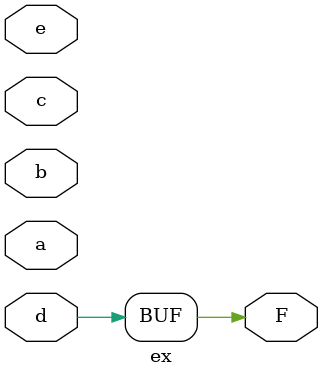
<source format=v>

module ex ( 
    a, b, c, d, e,
    F  );
  input  a, b, c, d, e;
  output F;
  assign F = d;
endmodule



</source>
